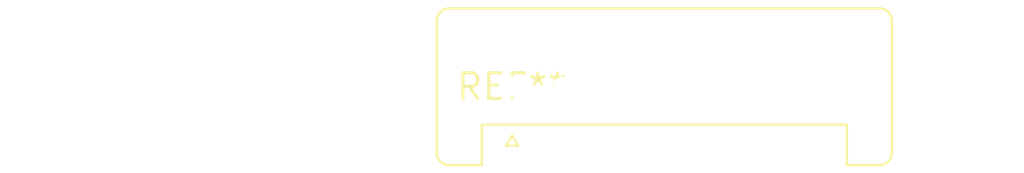
<source format=kicad_pcb>
(kicad_pcb (version 20240108) (generator pcbnew)
  (layers (0 "F.Cu" signal) (31 "B.Cu" signal) (34 "B.Paste" user) (35 "F.Paste" user) (36 "B.SilkS" user "B.Silkscreen") (37 "F.SilkS" user "F.Silkscreen") (38 "B.Mask" user) (39 "F.Mask" user) (44 "Edge.Cuts" user))
  (net 0 "")
  (footprint "Stocko_MKS_1657-6-0-707_1x7_P2.50mm_Vertical" (layer "F.Cu") (at 0 0)
    (property "Reference" "REF**")
    (property "Value" "Stocko_MKS_1657-6-0-707_1x7_P2.50mm_Vertical")
    (fp_line (start -3.71 -3.25) (end -3.71 3.25) (layer "F.SilkS") (stroke (width 0.12)))
    (fp_line (start -3.1 -3.86) (end 18.1 -3.86) (layer "F.SilkS") (stroke (width 0.12)))
    (fp_line (start -3.1 3.86) (end -1.49 3.86) (layer "F.SilkS") (stroke (width 0.12)))
    (fp_line (start -1.49 1.86) (end 16.49 1.86) (layer "F.SilkS") (stroke (width 0.12)))
    (fp_line (start -1.49 3.86) (end -1.49 1.86) (layer "F.SilkS") (stroke (width 0.12)))
    (fp_line (start -0.3 2.9) (end 0.3 2.9) (layer "F.SilkS") (stroke (width 0.12)))
    (fp_line (start 0 2.4) (end -0.3 2.9) (layer "F.SilkS") (stroke (width 0.12)))
    (fp_line (start 0.3 2.9) (end 0 2.4) (layer "F.SilkS") (stroke (width 0.12)))
    (fp_line (start 16.49 3.86) (end 16.49 1.86) (layer "F.SilkS") (stroke (width 0.12)))
    (fp_line (start 18.1 3.86) (end 16.49 3.86) (layer "F.SilkS") (stroke (width 0.12)))
    (fp_line (start 18.71 -3.25) (end 18.71 3.25) (layer "F.SilkS") (stroke (width 0.12)))
    (fp_arc (start -3.71 -3.25) (mid -3.531335 -3.681335) (end -3.1 -3.86) (layer "F.SilkS") (stroke (width 0.12)))
    (fp_arc (start -3.1 3.86) (mid -3.531335 3.681335) (end -3.71 3.25) (layer "F.SilkS") (stroke (width 0.12)))
    (fp_arc (start 18.1 -3.86) (mid 18.531335 -3.681335) (end 18.71 -3.25) (layer "F.SilkS") (stroke (width 0.12)))
    (fp_arc (start 18.71 3.25) (mid 18.531335 3.681335) (end 18.1 3.86) (layer "F.SilkS") (stroke (width 0.12)))
    (pad "1" thru_hole roundrect (at 0 0) (size 1.5 2) (drill 1) (layers *.Cu *.Mask) (remove_unused_layers))
    (pad "2" thru_hole oval (at 2.5 0) (size 1.5 2) (drill 1) (layers *.Cu *.Mask) (remove_unused_layers))
    (pad "3" thru_hole oval (at 5 0) (size 1.5 2) (drill 1) (layers *.Cu *.Mask) (remove_unused_layers))
    (pad "4" thru_hole oval (at 7.5 0) (size 1.5 2) (drill 1) (layers *.Cu *.Mask) (remove_unused_layers))
    (pad "5" thru_hole oval (at 10 0) (size 1.5 2) (drill 1) (layers *.Cu *.Mask) (remove_unused_layers))
    (pad "6" thru_hole oval (at 12.5 0) (size 1.5 2) (drill 1) (layers *.Cu *.Mask) (remove_unused_layers))
    (pad "7" thru_hole oval (at 15 0) (size 1.5 2) (drill 1) (layers *.Cu *.Mask) (remove_unused_layers))
  )
)
</source>
